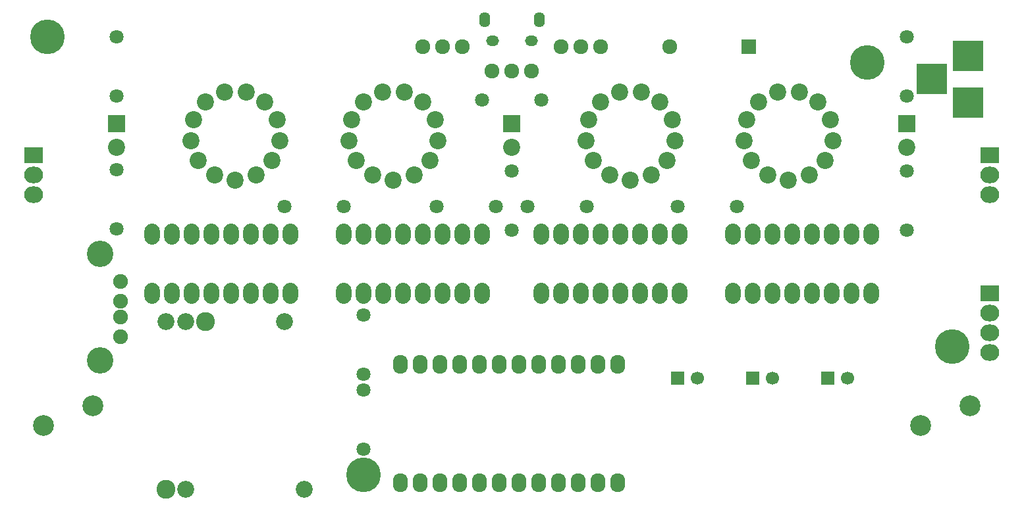
<source format=gbr>
G04 #@! TF.FileFunction,Soldermask,Bot*
%FSLAX46Y46*%
G04 Gerber Fmt 4.6, Leading zero omitted, Abs format (unit mm)*
G04 Created by KiCad (PCBNEW 4.0.4-stable) date 12/28/16 01:03:40*
%MOMM*%
%LPD*%
G01*
G04 APERTURE LIST*
%ADD10C,0.100000*%
%ADD11O,1.924000X2.432000*%
%ADD12C,1.901140*%
%ADD13C,3.399740*%
%ADD14C,4.464000*%
%ADD15R,3.900120X3.900120*%
%ADD16O,1.650000X1.350000*%
%ADD17O,1.400000X1.950000*%
%ADD18C,2.686000*%
%ADD19C,2.178000*%
%ADD20C,2.432000*%
%ADD21O,2.000000X2.700000*%
%ADD22C,2.200000*%
%ADD23R,2.200000X2.200000*%
%ADD24C,1.797000*%
%ADD25R,1.924000X1.924000*%
%ADD26C,1.924000*%
%ADD27R,2.432000X2.127200*%
%ADD28O,2.432000X2.127200*%
%ADD29R,1.700000X1.700000*%
%ADD30C,1.700000*%
G04 APERTURE END LIST*
D10*
D11*
X74549000Y-45974000D03*
X72009000Y-45974000D03*
X69469000Y-45974000D03*
X66929000Y-45974000D03*
X64389000Y-45974000D03*
X61849000Y-45974000D03*
X59309000Y-45974000D03*
X56769000Y-45974000D03*
X54229000Y-45974000D03*
X51689000Y-45974000D03*
X49149000Y-45974000D03*
X49149000Y-61214000D03*
X51689000Y-61214000D03*
X54229000Y-61214000D03*
X56769000Y-61214000D03*
X59309000Y-61214000D03*
X61849000Y-61214000D03*
X64389000Y-61214000D03*
X66929000Y-61214000D03*
X69469000Y-61214000D03*
X72009000Y-61214000D03*
X74549000Y-61214000D03*
X77089000Y-45974000D03*
X77089000Y-61214000D03*
D12*
X13210120Y-42418860D03*
X13210120Y-39878860D03*
X13210120Y-37846860D03*
X13210120Y-35306860D03*
D13*
X10543120Y-45466860D03*
X10543120Y-31750860D03*
D14*
X44450000Y-60198000D03*
X120142000Y-43688000D03*
X109220000Y-7112000D03*
D15*
X122174000Y-12296140D03*
X122174000Y-6296660D03*
X117475000Y-9296400D03*
D16*
X66000900Y-4356540D03*
X61000900Y-4356540D03*
D17*
X67000900Y-1656540D03*
X60000900Y-1656540D03*
D18*
X9652000Y-51308000D03*
X3302000Y-53848000D03*
X122428000Y-51308000D03*
X116078000Y-53848000D03*
D19*
X19050000Y-40513000D03*
X21590000Y-40513000D03*
D20*
X24130000Y-40513000D03*
D19*
X34290000Y-40513000D03*
D20*
X19050000Y-62103000D03*
D19*
X21590000Y-62103000D03*
X36830000Y-62103000D03*
D21*
X17272000Y-36830000D03*
X19812000Y-36830000D03*
X22352000Y-36830000D03*
X24892000Y-36830000D03*
X27432000Y-36830000D03*
X29972000Y-36830000D03*
X32512000Y-36830000D03*
X35052000Y-36830000D03*
X35052000Y-29210000D03*
X32512000Y-29210000D03*
X29972000Y-29210000D03*
X27432000Y-29210000D03*
X24892000Y-29210000D03*
X22352000Y-29210000D03*
X19812000Y-29210000D03*
X17272000Y-29210000D03*
X41910000Y-36830000D03*
X44450000Y-36830000D03*
X46990000Y-36830000D03*
X49530000Y-36830000D03*
X52070000Y-36830000D03*
X54610000Y-36830000D03*
X57150000Y-36830000D03*
X59690000Y-36830000D03*
X59690000Y-29210000D03*
X57150000Y-29210000D03*
X54610000Y-29210000D03*
X52070000Y-29210000D03*
X49530000Y-29210000D03*
X46990000Y-29210000D03*
X44450000Y-29210000D03*
X41910000Y-29210000D03*
X67310000Y-36830000D03*
X69850000Y-36830000D03*
X72390000Y-36830000D03*
X74930000Y-36830000D03*
X77470000Y-36830000D03*
X80010000Y-36830000D03*
X82550000Y-36830000D03*
X85090000Y-36830000D03*
X85090000Y-29210000D03*
X82550000Y-29210000D03*
X80010000Y-29210000D03*
X77470000Y-29210000D03*
X74930000Y-29210000D03*
X72390000Y-29210000D03*
X69850000Y-29210000D03*
X67310000Y-29210000D03*
X91948000Y-36830000D03*
X94488000Y-36830000D03*
X97028000Y-36830000D03*
X99568000Y-36830000D03*
X102108000Y-36830000D03*
X104648000Y-36830000D03*
X107188000Y-36830000D03*
X109728000Y-36830000D03*
X109728000Y-29210000D03*
X107188000Y-29210000D03*
X104648000Y-29210000D03*
X102108000Y-29210000D03*
X99568000Y-29210000D03*
X97028000Y-29210000D03*
X94488000Y-29210000D03*
X91948000Y-29210000D03*
D22*
X27940000Y-22260000D03*
X25267158Y-21601013D03*
X23206966Y-19775102D03*
X22231645Y-17200787D03*
X22564752Y-14468135D03*
X24129935Y-12203505D03*
X26568433Y-10925978D03*
X29321311Y-10928380D03*
X31757576Y-12210161D03*
X33318803Y-14477520D03*
X33647140Y-17210749D03*
X32667328Y-19783357D03*
X30603952Y-21605671D03*
X48260000Y-22260000D03*
X45587158Y-21601013D03*
X43526966Y-19775102D03*
X42551645Y-17200787D03*
X42884752Y-14468135D03*
X44449935Y-12203505D03*
X46888433Y-10925978D03*
X49641311Y-10928380D03*
X52077576Y-12210161D03*
X53638803Y-14477520D03*
X53967140Y-17210749D03*
X52987328Y-19783357D03*
X50923952Y-21605671D03*
X78740000Y-22260000D03*
X76067158Y-21601013D03*
X74006966Y-19775102D03*
X73031645Y-17200787D03*
X73364752Y-14468135D03*
X74929935Y-12203505D03*
X77368433Y-10925978D03*
X80121311Y-10928380D03*
X82557576Y-12210161D03*
X84118803Y-14477520D03*
X84447140Y-17210749D03*
X83467328Y-19783357D03*
X81403952Y-21605671D03*
X99060000Y-22260000D03*
X96387158Y-21601013D03*
X94326966Y-19775102D03*
X93351645Y-17200787D03*
X93684752Y-14468135D03*
X95249935Y-12203505D03*
X97688433Y-10925978D03*
X100441311Y-10928380D03*
X102877576Y-12210161D03*
X104438803Y-14477520D03*
X104767140Y-17210749D03*
X103787328Y-19783357D03*
X101723952Y-21605671D03*
D23*
X12700000Y-14986000D03*
D22*
X12700000Y-18034000D03*
D23*
X63500000Y-14986000D03*
D22*
X63500000Y-18034000D03*
D23*
X114300000Y-14986000D03*
D22*
X114300000Y-18034000D03*
D24*
X12700000Y-3810000D03*
X12700000Y-11430000D03*
X59690000Y-11938000D03*
X67310000Y-11938000D03*
X114300000Y-3810000D03*
X114300000Y-11430000D03*
X44450000Y-56896000D03*
X44450000Y-49276000D03*
X12700000Y-28575000D03*
X12700000Y-20955000D03*
X63500000Y-28702000D03*
X63500000Y-21082000D03*
X114300000Y-28702000D03*
X114300000Y-21082000D03*
X44450000Y-39624000D03*
X44450000Y-47244000D03*
X34290000Y-25654000D03*
X41910000Y-25654000D03*
X53848000Y-25654000D03*
X61468000Y-25654000D03*
X73152000Y-25654000D03*
X65532000Y-25654000D03*
X92456000Y-25654000D03*
X84836000Y-25654000D03*
D25*
X93980000Y-5080000D03*
D26*
X83820000Y-5080000D03*
D27*
X124968000Y-36830000D03*
D28*
X124968000Y-39370000D03*
X124968000Y-41910000D03*
X124968000Y-44450000D03*
D29*
X84836000Y-47752000D03*
D30*
X87336000Y-47752000D03*
D29*
X94488000Y-47752000D03*
D30*
X96988000Y-47752000D03*
D29*
X104140000Y-47752000D03*
D30*
X106640000Y-47752000D03*
D14*
X3810000Y-3810000D03*
D27*
X124968000Y-19050000D03*
D28*
X124968000Y-21590000D03*
X124968000Y-24130000D03*
D27*
X2032000Y-19050000D03*
D28*
X2032000Y-21590000D03*
X2032000Y-24130000D03*
D26*
X54610000Y-5080000D03*
X57150000Y-5080000D03*
X52070000Y-5080000D03*
X63500000Y-8255000D03*
X66040000Y-8255000D03*
X60960000Y-8255000D03*
X72390000Y-5080000D03*
X74930000Y-5080000D03*
X69850000Y-5080000D03*
M02*

</source>
